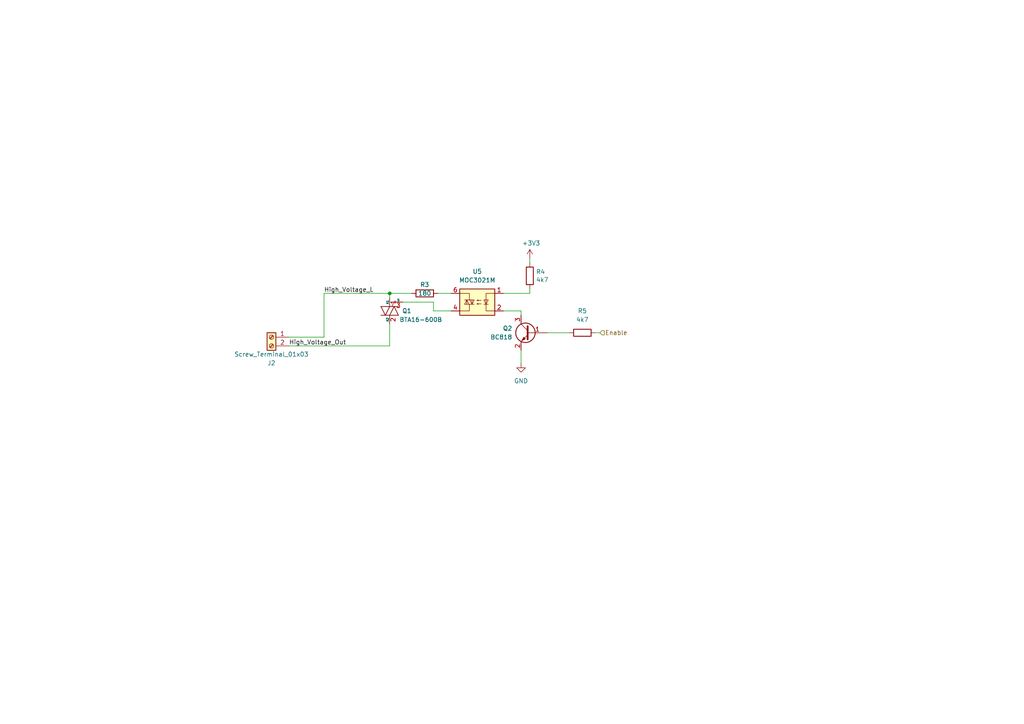
<source format=kicad_sch>
(kicad_sch (version 20231120) (generator "eeschema") (generator_version "8.0")
  (paper "A4")
  (lib_symbols
    (symbol "Connector:Screw_Terminal_01x02" (pin_names (offset 1.016) hide)
      (property "Reference" "J" (at 0 2.54 0))
      (property "Value" "Screw_Terminal_01x02" (at 0 -5.08 0))
      (symbol "Screw_Terminal_01x02_1_1"
        (rectangle (start -1.27 1.27) (end 1.27 -3.81) (stroke (width 0.254)) (fill (type background)))
        (circle (center 0 -2.54) (radius 0.635) (stroke (width 0.1524)))
        (polyline (pts (xy -0.5334 -2.2098) (xy 0.3302 -3.048)) (stroke (width 0.1524)))
        (polyline (pts (xy -0.5334 0.3302) (xy 0.3302 -0.508)) (stroke (width 0.1524)))
        (polyline (pts (xy -0.3556 -2.032) (xy 0.508 -2.8702)) (stroke (width 0.1524)))
        (polyline (pts (xy -0.3556 0.508) (xy 0.508 -0.3302)) (stroke (width 0.1524)))
        (circle (center 0 0) (radius 0.635) (stroke (width 0.1524)))
        (pin passive line (at -5.08 0 0) (length 3.81) (name "Pin_1") (number "1"))
        (pin passive line (at -5.08 -2.54 0) (length 3.81) (name "Pin_2") (number "2"))
      )
    )
    (symbol "Device:R" (pin_numbers hide) (pin_names (offset 0))
      (property "Reference" "R" (at 2.032 0 90))
      (property "Value" "R" (at 0 0 90))
      (symbol "R_0_1"
        (rectangle (start -1.016 -2.54) (end 1.016 2.54) (stroke (width 0.254)))
      )
      (symbol "R_1_1"
        (pin passive line (at 0 3.81 270) (length 1.27) (name "~") (number "1"))
        (pin passive line (at 0 -3.81 90) (length 1.27) (name "~") (number "2"))
      )
    )
    (symbol "Relay_SolidState:MOC3021M"
      (property "Reference" "U" (at -5.334 4.826 0))
      (property "Value" "MOC3021M" (at 0 5.08 0))
      (symbol "MOC3021M_0_1"
        (rectangle (start -5.08 3.81) (end 5.08 -3.81) (stroke (width 0.254)) (fill (type background)))
        (polyline (pts (xy -3.175 -0.635) (xy -1.905 -0.635)))
        (polyline (pts (xy 1.524 -0.635) (xy 1.524 0.635)))
        (polyline (pts (xy 3.048 0.635) (xy 3.048 -0.635)))
        (polyline (pts (xy 2.286 -0.635) (xy 2.286 -2.54) (xy 5.08 -2.54)))
        (polyline (pts (xy 2.286 0.635) (xy 2.286 2.54) (xy 5.08 2.54)))
        (polyline (pts (xy -5.08 2.54) (xy -2.54 2.54) (xy -2.54 -2.54) (xy -5.08 -2.54)))
        (polyline (pts (xy -2.54 -0.635) (xy -3.175 0.635) (xy -1.905 0.635) (xy -2.54 -0.635)))
        (polyline (pts (xy 0.889 -0.635) (xy 3.683 -0.635) (xy 3.048 0.635) (xy 2.413 -0.635)))
        (polyline (pts (xy 3.683 0.635) (xy 0.889 0.635) (xy 1.524 -0.635) (xy 2.159 0.635)))
        (polyline (pts (xy -1.143 -0.508) (xy 0.127 -0.508) (xy -0.254 -0.635) (xy -0.254 -0.381) (xy 0.127 -0.508)))
        (polyline (pts (xy -1.143 0.508) (xy 0.127 0.508) (xy -0.254 0.381) (xy -0.254 0.635) (xy 0.127 0.508)))
      )
      (symbol "MOC3021M_1_1"
        (pin passive line (at -7.62 2.54 0) (length 2.54) (name "~") (number "1"))
        (pin passive line (at -7.62 -2.54 0) (length 2.54) (name "~") (number "2"))
        (pin no_connect line (at -5.08 0 0) (length 2.54) hide (name "NC") (number "3"))
        (pin passive line (at 7.62 -2.54 180) (length 2.54) (name "~") (number "4"))
        (pin no_connect line (at 5.08 0 180) (length 2.54) hide (name "NC") (number "5"))
        (pin passive line (at 7.62 2.54 180) (length 2.54) (name "~") (number "6"))
      )
    )
    (symbol "Transistor_BJT:BC818" (pin_names (offset 0) hide)
      (property "Reference" "Q" (at 5.08 1.905 0))
      (property "Value" "BC818" (at 5.08 0 0))
      (symbol "BC818_0_1"
        (polyline (pts (xy 0.635 0.635) (xy 2.54 2.54)))
        (polyline (pts (xy 0.635 -0.635) (xy 2.54 -2.54) (xy 2.54 -2.54)))
        (polyline (pts (xy 0.635 1.905) (xy 0.635 -1.905) (xy 0.635 -1.905)) (stroke (width 0.508)))
        (polyline (pts (xy 1.27 -1.778) (xy 1.778 -1.27) (xy 2.286 -2.286) (xy 1.27 -1.778) (xy 1.27 -1.778)) (fill (type outline)))
        (circle (center 1.27 0) (radius 2.8194) (stroke (width 0.254)))
      )
      (symbol "BC818_1_1"
        (pin input line (at -5.08 0 0) (length 5.715) (name "B") (number "1"))
        (pin passive line (at 2.54 -5.08 90) (length 2.54) (name "E") (number "2"))
        (pin passive line (at 2.54 5.08 270) (length 2.54) (name "C") (number "3"))
      )
    )
    (symbol "Triac_Thyristor:BTA16-600B" (pin_names (offset 0))
      (property "Reference" "Q" (at 5.08 1.905 0))
      (property "Value" "BTA16-600B" (at 5.08 0 0))
      (symbol "BTA16-600B_0_1"
        (polyline (pts (xy -2.54 -1.27) (xy 2.54 -1.27)) (stroke (width 0.2032)))
        (polyline (pts (xy -2.54 1.27) (xy 2.54 1.27)) (stroke (width 0.2032)))
        (polyline (pts (xy -1.27 -2.54) (xy -0.635 -1.27)))
        (polyline (pts (xy -2.54 1.27) (xy -1.27 -1.27) (xy 0 1.27)) (stroke (width 0.2032)))
        (polyline (pts (xy 0 -1.27) (xy 1.27 1.27) (xy 2.54 -1.27)) (stroke (width 0.2032)))
      )
      (symbol "BTA16-600B_1_1"
        (pin passive line (at 0 -3.81 90) (length 2.54) (name "A1") (number "1"))
        (pin passive line (at 0 3.81 270) (length 2.54) (name "A2") (number "2"))
        (pin input line (at -3.81 -2.54 0) (length 2.54) (name "G") (number "3"))
      )
    )
    (symbol "power:+3.3V" (power) (pin_names (offset 0))
      (property "Value" "+3.3V" (at 0 3.556 0))
      (symbol "+3.3V_0_1"
        (polyline (pts (xy -0.762 1.27) (xy 0 2.54)))
        (polyline (pts (xy 0 0) (xy 0 2.54)))
        (polyline (pts (xy 0 2.54) (xy 0.762 1.27)))
      )
      (symbol "+3.3V_1_1"
        (pin power_in line (at 0 0 90) (length 0) hide (name "+3.3V") (number "1"))
      )
    )
    (symbol "power:GND" (power) (pin_names (offset 0))
      (property "Value" "GND" (at 0 -3.81 0))
      (symbol "GND_0_1"
        (polyline (pts (xy 0 0) (xy 0 -1.27) (xy 1.27 -1.27) (xy 0 -2.54) (xy -1.27 -1.27) (xy 0 -1.27)))
      )
      (symbol "GND_1_1"
        (pin power_in line (at 0 0 270) (length 0) hide (name "GND") (number "1"))
      )
    )
  )
  (junction (at 113.03 85.09))
  (wire (pts (xy 125.73 87.63) (xy 125.73 90.17)))
  (wire (pts (xy 113.03 100.33) (xy 113.03 93.98)))
  (wire (pts (xy 83.82 100.33) (xy 113.03 100.33)))
  (wire (pts (xy 127 85.09) (xy 130.81 85.09)))
  (wire (pts (xy 151.13 101.6) (xy 151.13 105.41)))
  (wire (pts (xy 146.05 90.17) (xy 151.13 90.17)))
  (wire (pts (xy 153.67 85.09) (xy 153.67 83.82)))
  (wire (pts (xy 93.98 85.09) (xy 113.03 85.09)))
  (wire (pts (xy 172.72 96.52) (xy 173.99 96.52)))
  (wire (pts (xy 113.03 86.36) (xy 113.03 85.09)))
  (wire (pts (xy 146.05 85.09) (xy 153.67 85.09)))
  (wire (pts (xy 119.38 85.09) (xy 113.03 85.09)))
  (wire (pts (xy 93.98 85.09) (xy 93.98 97.79)))
  (wire (pts (xy 125.73 87.63) (xy 116.84 87.63)))
  (wire (pts (xy 125.73 90.17) (xy 130.81 90.17)))
  (wire (pts (xy 153.67 74.93) (xy 153.67 76.2)))
  (wire (pts (xy 151.13 90.17) (xy 151.13 91.44)))
  (wire (pts (xy 158.75 96.52) (xy 165.1 96.52)))
  (wire (pts (xy 83.82 97.79) (xy 93.98 97.79)))
  (label "High_Voltage_L" (at 93.98 85.09 0))
  (label "High_Voltage_Out" (at 83.82 100.33 0))
  (hierarchical_label "Enable" (shape input) (at 173.99 96.52 0))
  (symbol (lib_id "Transistor_BJT:BC818") (at 153.67 96.52 0) (mirror y) (unit 1)
    (property "Reference" "Q2" (at 148.59 95.25 0) (effects (justify left)))
    (property "Value" "BC818" (at 148.59 97.79 0) (effects (justify left)))
    (property "Footprint" "Package_TO_SOT_SMD:SOT-23" (effects (hide yes)))
    (property "Datasheet" "https://www.onsemi.com/pub/Collateral/BC818-D.pdf" (effects (hide yes)))
    (instances (project "TempControllerMainBoard" (path "" (reference "Q2") (unit 1)) (path "" (reference "Q6") (unit 1)) (path "" (reference "Q4") (unit 1))))
  )
  (symbol (lib_id "Triac_Thyristor:BTA16-600B") (at 113.03 90.17 180) (unit 1)
    (property "Reference" "Q1" (at 119.38 90.17 0) (effects (justify left)))
    (property "Value" "BTA16-600B" (at 128.27 92.71 0) (effects (justify left)))
    (property "Footprint" "Package_TO_SOT_THT:TO-220-3_Vertical" (effects (hide yes)))
    (property "Datasheet" "https://www.st.com/resource/en/datasheet/bta16.pdf" (effects (hide yes)))
    (instances (project "TempControllerMainBoard" (path "" (reference "Q1") (unit 1)) (path "" (reference "Q5") (unit 1)) (path "" (reference "Q3") (unit 1))))
  )
  (symbol (lib_id "Relay_SolidState:MOC3021M") (at 138.43 87.63 0) (mirror y) (unit 1)
    (property "Reference" "U5" (at 138.43 78.74 0))
    (property "Value" "MOC3021M" (at 138.43 81.28 0))
    (property "Footprint" "Package_DIP:DIP-6_W7.62mm" (effects (hide yes)))
    (property "Datasheet" "https://www.onsemi.com/pub/Collateral/MOC3023M-D.PDF" (effects (hide yes)))
    (instances (project "TempControllerMainBoard" (path "" (reference "U5") (unit 1)) (path "" (reference "U7") (unit 1)) (path "" (reference "U6") (unit 1))))
  )
  (symbol (lib_id "power:+3.3V") (at 153.67 74.93 0) (unit 1)
    (property "Reference" "#PWR025" (effects (hide yes)))
    (property "Value" "+3V3" (at 154.051 70.5358 0))
    (instances (project "TempControllerMainBoard" (path "" (reference "#PWR025") (unit 1)) (path "" (reference "#PWR029") (unit 1)) (path "" (reference "#PWR027") (unit 1))))
  )
  (symbol (lib_id "power:GND") (at 151.13 105.41 0) (unit 1)
    (property "Reference" "#PWR024" (effects (hide yes)))
    (property "Value" "GND" (at 151.13 110.49 0))
    (instances (project "TempControllerMainBoard" (path "" (reference "#PWR024") (unit 1)) (path "" (reference "#PWR028") (unit 1)) (path "" (reference "#PWR026") (unit 1))))
  )
  (symbol (lib_id "Device:R") (at 168.91 96.52 90) (unit 1)
    (property "Reference" "R5" (at 168.91 90.17 90))
    (property "Value" "4k7" (at 168.91 92.71 90))
    (property "Footprint" "Resistor_SMD:R_1206_3216Metric" (effects (hide yes)))
    (instances (project "TempControllerMainBoard" (path "" (reference "R5") (unit 1)) (path "" (reference "R11") (unit 1)) (path "" (reference "R8") (unit 1))))
  )
  (symbol (lib_id "Device:R") (at 153.67 80.01 180) (unit 1)
    (property "Reference" "R4" (at 155.448 78.8416 0) (effects (justify right)))
    (property "Value" "4k7" (at 155.448 81.153 0) (effects (justify right)))
    (property "Footprint" "Resistor_SMD:R_1206_3216Metric" (effects (hide yes)))
    (instances (project "TempControllerMainBoard" (path "" (reference "R4") (unit 1)) (path "" (reference "R10") (unit 1)) (path "" (reference "R7") (unit 1))))
  )
  (symbol (lib_id "Connector:Screw_Terminal_01x02") (at 78.74 97.79 0) (mirror y) (unit 1)
    (property "Reference" "J2" (at 78.74 105.2998 0))
    (property "Value" "Screw_Terminal_01x03" (at 78.74 102.7629 0))
    (property "Footprint" "TerminalBlock_Phoenix:TerminalBlock_Phoenix_MKDS-3-2-5.08_1x02_P5.08mm_Horizontal" (effects (hide yes)))
    (instances (project "TempControllerMainBoard" (path "" (reference "J2") (unit 1)) (path "" (reference "J4") (unit 1)) (path "" (reference "J3") (unit 1))))
  )
  (symbol (lib_id "Device:R") (at 123.19 85.09 270) (unit 1)
    (property "Reference" "R3" (at 123.19 82.55 90))
    (property "Value" "180" (at 123.19 85.09 90))
    (property "Footprint" "Resistor_THT:R_Axial_DIN0204_L3.6mm_D1.6mm_P7.62mm_Horizontal" (effects (hide yes)))
    (instances (project "TempControllerMainBoard" (path "" (reference "R3") (unit 1)) (path "" (reference "R9") (unit 1)) (path "" (reference "R6") (unit 1))))
  )
)
</source>
